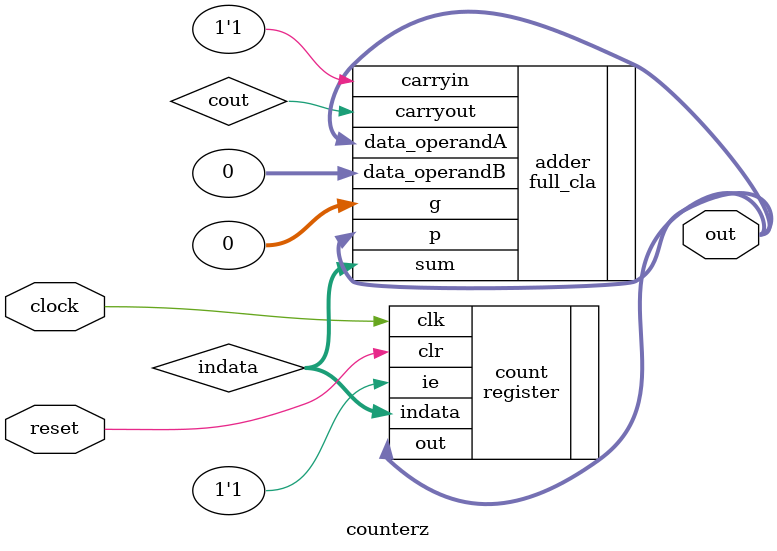
<source format=v>
module lfsr (
    input clock,
    input reset,
    output [3:0] rnd 
    );

wire feedback = random[3] ^ random[2]; 

reg [3:0] random, random_next, random_done;
reg [2:0] count, count_next; //to keep track of the shifts

always @ (posedge clock or posedge reset)
begin
 if (reset)
 begin
  random <= 4'hF; //An LFSR cannot have an all 0 state, thus reset to FF
  count <= 0;
 end
 
 else
 begin
  random <= random_next;
  count <= count_next;
 end
end

always @ (*)
begin
 random_next = random; //default state stays the same
 count_next = count;
  
  random_next = {random[3:0], feedback}; //shift left the xor'd every posedge clock
  count_next = count + 1;

 if (count == 4)
 begin
  count = 0;
  random_done = random; //assign the random number to output after 13 shifts
 end
 
end


assign rnd = random_done;

endmodule

module counterz(out, clock, reset);

    input clock, reset;
    output [31:0] out;

    wire [31:0] indata;
    wire cout;

    full_cla adder(.sum(indata), .carryout(cout), .data_operandA(out), .data_operandB(32'b00000000000000000000000000000000), 
                   .carryin(1'b1), .p(out), .g(32'b00000000000000000000000000000000));

    register count(.clr(reset), .out(out), .clk(clock), .ie(1'b1), .indata(indata));

endmodule

</source>
